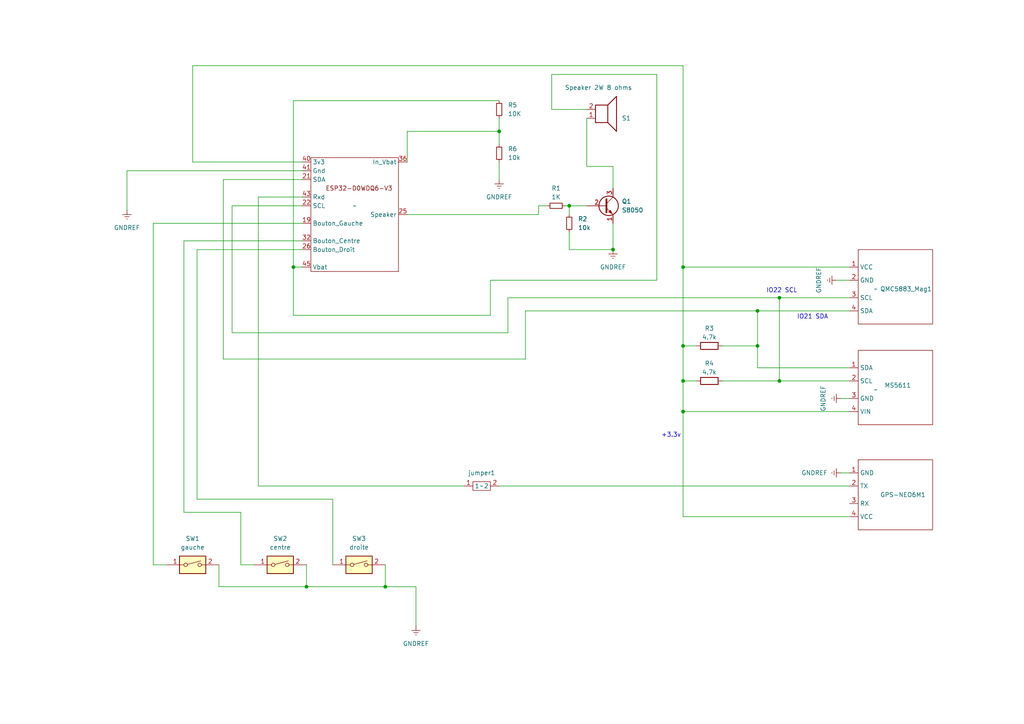
<source format=kicad_sch>
(kicad_sch (version 20230121) (generator eeschema)
  (paper "A4")
  (title_block (title "BertheVario213") (date "2025-02-25") (rev "1.13") (comment 1 "Author : SpinBerthe"))
  (lib_symbols
    (symbol "BertheLibrary:ESP32-D0WDQ6-V3"
      (property "Reference" "U" (at 0 0 0))
      (symbol "ESP32-D0WDQ6-V3_1_1"
        (rectangle (start -12.7 13.97) (end 12.7 -19.05))
        (text "ESP32-D0WDQ6-V3" (at 1.27 5.08 0) (effects (font (size 1.27 1.27))))
        (pin input line (at -15.24 -5.08 0) (length 2.54) (name "Bouton_Gauche") (number "19"))
        (pin input line (at -15.24 7.62 0) (length 2.54) (name "SDA") (number "21"))
        (pin input line (at -15.24 0 0) (length 2.54) (name "SCL") (number "22"))
        (pin output line (at 15.24 -2.54 180) (length 2.54) (name "Speaker") (number "25"))
        (pin input line (at -15.24 -12.7 0) (length 2.54) (name "Bouton_Droit") (number "26"))
        (pin input line (at -15.24 -10.16 0) (length 2.54) (name "Bouton_Centre") (number "32"))
        (pin input line (at 15.24 12.7 180) (length 2.54) (name "In_Vbat") (number "36"))
        (pin output line (at -15.24 12.7 0) (length 2.54) (name "3v3") (number "40"))
        (pin output line (at -15.24 10.16 0) (length 2.54) (name "Gnd") (number "41"))
        (pin input line (at -15.24 2.54 0) (length 2.54) (name "Rxd") (number "43"))
        (pin output line (at -15.24 -17.78 0) (length 2.54) (name "Vbat") (number "45"))
      )
    )
    (symbol "BertheLibrary:GPS-NEO6"
      (property "Reference" "GPS-NEO6M" (at 0 0 0))
      (symbol "GPS-NEO6_0_1"
        (rectangle (start -11.43 10.16) (end 10.16 -10.16))
      )
      (symbol "GPS-NEO6_1_1"
        (pin input line (at -13.97 6.35 0) (length 2.54) (name "GND") (number "1"))
        (pin input line (at -13.97 2.54 0) (length 2.54) (name "TX") (number "2"))
        (pin input line (at -13.97 -2.54 0) (length 2.54) (name "RX") (number "3"))
        (pin input line (at -13.97 -6.35 0) (length 2.54) (name "VCC") (number "4"))
      )
    )
    (symbol "BertheLibrary:MS5611"
      (property "Reference" "MS5611" (at 5.08 0 0))
      (symbol "MS5611_0_1"
        (rectangle (start -5.08 11.43) (end 16.51 -10.16))
      )
      (symbol "MS5611_1_1"
        (pin input line (at -7.62 6.35 0) (length 2.54) (name "SDA") (number "1"))
        (pin input line (at -7.62 2.54 0) (length 2.54) (name "SCL") (number "2"))
        (pin input line (at -7.62 -2.54 0) (length 2.54) (name "GND") (number "3"))
        (pin input line (at -7.62 -6.35 0) (length 2.54) (name "VIN") (number "4"))
      )
    )
    (symbol "BertheLibrary:QMC5883"
      (property "Reference" "QMC5883" (at 5.08 0 0))
      (symbol "QMC5883_0_1"
        (rectangle (start -5.08 11.43) (end 16.51 -10.16))
      )
      (symbol "QMC5883_1_1"
        (pin input line (at -7.62 6.35 0) (length 2.54) (name "VCC") (number "1"))
        (pin input line (at -7.62 2.54 0) (length 2.54) (name "GND") (number "2"))
        (pin input line (at -7.62 -2.54 0) (length 2.54) (name "SCL") (number "3"))
        (pin input line (at -7.62 -6.35 0) (length 2.54) (name "SDA") (number "4"))
      )
    )
    (symbol "BertheLibrary:S8050" (pin_names (offset 0) hide)
      (property "Reference" "Q" (at 5.08 1.905 0))
      (property "Value" "S8050" (at 5.08 0 0))
      (symbol "S8050_0_1"
        (polyline (pts (xy 0.635 0.635) (xy 2.54 2.54)))
        (polyline (pts (xy 0.635 -0.635) (xy 2.54 -2.54) (xy 2.54 -2.54)))
        (polyline (pts (xy 0.635 1.905) (xy 0.635 -1.905) (xy 0.635 -1.905)) (stroke (width 0.508)))
        (polyline (pts (xy 1.27 -1.778) (xy 1.778 -1.27) (xy 2.286 -2.286) (xy 1.27 -1.778) (xy 1.27 -1.778)) (fill (type outline)))
        (circle (center 1.27 0) (radius 2.8194) (stroke (width 0.254)))
      )
      (symbol "S8050_1_1"
        (pin passive line (at 2.54 -5.08 90) (length 2.54) (name "E") (number "1"))
        (pin passive line (at -5.08 0 0) (length 5.715) (name "B") (number "2"))
        (pin passive line (at 2.54 5.08 270) (length 2.54) (name "C") (number "3"))
      )
    )
    (symbol "BertheLibrary:SW_DIP_x01" (pin_names (offset 0) hide)
      (property "Reference" "SW" (at 0 3.81 0))
      (property "Value" "SW_DIP_x01" (at 0 -3.81 0))
      (symbol "SW_DIP_x01_0_0"
        (circle (center -2.032 0) (radius 0.508))
        (polyline (pts (xy -1.524 0.127) (xy 2.3622 1.1684)))
        (circle (center 2.032 0) (radius 0.508))
      )
      (symbol "SW_DIP_x01_0_1"
        (rectangle (start -3.81 2.54) (end 3.81 -2.54) (stroke (width 0.254)) (fill (type background)))
      )
      (symbol "SW_DIP_x01_1_1"
        (pin passive line (at -7.62 0 0) (length 5.08) (name "~") (number "1"))
        (pin passive line (at 7.62 0 180) (length 5.08) (name "~") (number "2"))
      )
    )
    (symbol "BertheLibrary:jumper"
      (property "Reference" "J" (at 0 0 0))
      (symbol "jumper_0_1"
        (rectangle (start -2.54 1.27) (end 2.54 -1.27))
      )
      (symbol "jumper_1_1"
        (pin input line (at -5.08 0 0) (length 2.54) (name "1") (number "1"))
        (pin input line (at 5.08 0 180) (length 2.54) (name "2") (number "2"))
      )
    )
    (symbol "Device:R" (pin_numbers hide) (pin_names (offset 0))
      (property "Reference" "R" (at 2.032 0 90))
      (property "Value" "R" (at 0 0 90))
      (symbol "R_0_1"
        (rectangle (start -1.016 -2.54) (end 1.016 2.54) (stroke (width 0.254)))
      )
      (symbol "R_1_1"
        (pin passive line (at 0 3.81 270) (length 1.27) (name "~") (number "1"))
        (pin passive line (at 0 -3.81 90) (length 1.27) (name "~") (number "2"))
      )
    )
    (symbol "Device:R_Small" (pin_numbers hide) (pin_names (offset 0.254) hide)
      (property "Reference" "R" (at 0.762 0.508 0))
      (property "Value" "R_Small" (at 0.762 -1.016 0))
      (symbol "R_Small_0_1"
        (rectangle (start -0.762 1.778) (end 0.762 -1.778) (stroke (width 0.2032)))
      )
      (symbol "R_Small_1_1"
        (pin passive line (at 0 2.54 270) (length 0.762) (name "~") (number "1"))
        (pin passive line (at 0 -2.54 90) (length 0.762) (name "~") (number "2"))
      )
    )
    (symbol "Device:Speaker" (pin_names (offset 0) hide)
      (property "Reference" "LS" (at 1.27 5.715 0))
      (property "Value" "Speaker" (at 1.27 3.81 0))
      (symbol "Speaker_0_0"
        (rectangle (start -2.54 1.27) (end 1.016 -3.81) (stroke (width 0.254)))
        (polyline (pts (xy 1.016 1.27) (xy 3.556 3.81) (xy 3.556 -6.35) (xy 1.016 -3.81)) (stroke (width 0.254)))
      )
      (symbol "Speaker_1_1"
        (pin input line (at -5.08 0 0) (length 2.54) (name "1") (number "1"))
        (pin input line (at -5.08 -2.54 0) (length 2.54) (name "2") (number "2"))
      )
    )
    (symbol "power:GNDREF" (power) (pin_names (offset 0))
      (property "Value" "GNDREF" (at 0 -3.81 0))
      (symbol "GNDREF_0_1"
        (polyline (pts (xy -0.635 -1.905) (xy 0.635 -1.905)))
        (polyline (pts (xy -0.127 -2.54) (xy 0.127 -2.54)))
        (polyline (pts (xy 0 -1.27) (xy 0 0)))
        (polyline (pts (xy 1.27 -1.27) (xy -1.27 -1.27)))
      )
      (symbol "GNDREF_1_1"
        (pin power_in line (at 0 0 270) (length 0) hide (name "GNDREF") (number "1"))
      )
    )
  )
  (junction (at 177.8 72.39))
  (junction (at 111.76 170.18))
  (junction (at 144.78 38.1))
  (junction (at 226.06 86.36))
  (junction (at 88.9 170.18))
  (junction (at 198.12 119.38))
  (junction (at 85.09 77.47))
  (junction (at 165.1 59.69))
  (junction (at 198.12 77.47))
  (junction (at 198.12 100.33))
  (junction (at 219.71 90.17))
  (junction (at 198.12 110.49))
  (junction (at 219.71 100.33))
  (junction (at 226.06 110.49))
  (wire (pts (xy 67.31 59.69) (xy 87.63 59.69)))
  (wire (pts (xy 111.76 163.83) (xy 111.76 170.18)))
  (wire (pts (xy 156.21 59.69) (xy 158.75 59.69)))
  (wire (pts (xy 44.45 163.83) (xy 48.26 163.83)))
  (wire (pts (xy 160.02 21.59) (xy 160.02 31.75)))
  (wire (pts (xy 36.83 49.53) (xy 36.83 60.96)))
  (wire (pts (xy 63.5 170.18) (xy 88.9 170.18)))
  (wire (pts (xy 209.55 110.49) (xy 226.06 110.49)))
  (wire (pts (xy 85.09 91.44) (xy 142.24 91.44)))
  (wire (pts (xy 53.34 69.85) (xy 53.34 148.59)))
  (wire (pts (xy 198.12 100.33) (xy 198.12 110.49)))
  (wire (pts (xy 219.71 90.17) (xy 219.71 100.33)))
  (wire (pts (xy 165.1 67.31) (xy 165.1 72.39)))
  (wire (pts (xy 190.5 81.28) (xy 190.5 21.59)))
  (wire (pts (xy 156.21 62.23) (xy 156.21 59.69)))
  (wire (pts (xy 160.02 31.75) (xy 170.18 31.75)))
  (wire (pts (xy 67.31 96.52) (xy 147.32 96.52)))
  (wire (pts (xy 165.1 59.69) (xy 165.1 62.23)))
  (wire (pts (xy 144.78 38.1) (xy 144.78 41.91)))
  (wire (pts (xy 198.12 19.05) (xy 198.12 77.47)))
  (wire (pts (xy 36.83 49.53) (xy 87.63 49.53)))
  (wire (pts (xy 69.85 148.59) (xy 69.85 163.83)))
  (wire (pts (xy 226.06 86.36) (xy 246.38 86.36)))
  (wire (pts (xy 198.12 149.86) (xy 246.38 149.86)))
  (wire (pts (xy 209.55 100.33) (xy 219.71 100.33)))
  (wire (pts (xy 118.11 38.1) (xy 144.78 38.1)))
  (wire (pts (xy 226.06 110.49) (xy 246.38 110.49)))
  (wire (pts (xy 118.11 38.1) (xy 118.11 46.99)))
  (wire (pts (xy 147.32 96.52) (xy 147.32 86.36)))
  (wire (pts (xy 190.5 21.59) (xy 160.02 21.59)))
  (wire (pts (xy 96.52 163.83) (xy 96.52 144.78)))
  (wire (pts (xy 85.09 29.21) (xy 85.09 77.47)))
  (wire (pts (xy 144.78 34.29) (xy 144.78 38.1)))
  (wire (pts (xy 74.93 57.15) (xy 87.63 57.15)))
  (wire (pts (xy 144.78 140.97) (xy 246.38 140.97)))
  (wire (pts (xy 120.65 170.18) (xy 111.76 170.18)))
  (wire (pts (xy 165.1 72.39) (xy 177.8 72.39)))
  (wire (pts (xy 177.8 48.26) (xy 177.8 54.61)))
  (wire (pts (xy 152.4 90.17) (xy 152.4 104.14)))
  (wire (pts (xy 198.12 119.38) (xy 198.12 149.86)))
  (wire (pts (xy 152.4 90.17) (xy 219.71 90.17)))
  (wire (pts (xy 170.18 48.26) (xy 170.18 34.29)))
  (wire (pts (xy 142.24 81.28) (xy 190.5 81.28)))
  (wire (pts (xy 142.24 91.44) (xy 142.24 81.28)))
  (wire (pts (xy 165.1 59.69) (xy 170.18 59.69)))
  (wire (pts (xy 69.85 163.83) (xy 73.66 163.83)))
  (wire (pts (xy 88.9 163.83) (xy 88.9 170.18)))
  (wire (pts (xy 57.15 144.78) (xy 57.15 72.39)))
  (wire (pts (xy 64.77 104.14) (xy 64.77 52.07)))
  (wire (pts (xy 74.93 57.15) (xy 74.93 140.97)))
  (wire (pts (xy 57.15 72.39) (xy 87.63 72.39)))
  (wire (pts (xy 67.31 59.69) (xy 67.31 96.52)))
  (wire (pts (xy 74.93 140.97) (xy 134.62 140.97)))
  (wire (pts (xy 243.84 137.16) (xy 246.38 137.16)))
  (wire (pts (xy 147.32 86.36) (xy 226.06 86.36)))
  (wire (pts (xy 63.5 163.83) (xy 63.5 170.18)))
  (wire (pts (xy 177.8 64.77) (xy 177.8 72.39)))
  (wire (pts (xy 226.06 86.36) (xy 226.06 110.49)))
  (wire (pts (xy 242.57 81.28) (xy 246.38 81.28)))
  (wire (pts (xy 243.84 115.57) (xy 246.38 115.57)))
  (wire (pts (xy 96.52 144.78) (xy 57.15 144.78)))
  (wire (pts (xy 198.12 100.33) (xy 201.93 100.33)))
  (wire (pts (xy 152.4 104.14) (xy 64.77 104.14)))
  (wire (pts (xy 85.09 29.21) (xy 144.78 29.21)))
  (wire (pts (xy 198.12 119.38) (xy 246.38 119.38)))
  (wire (pts (xy 55.88 19.05) (xy 55.88 46.99)))
  (wire (pts (xy 53.34 69.85) (xy 87.63 69.85)))
  (wire (pts (xy 177.8 48.26) (xy 170.18 48.26)))
  (wire (pts (xy 64.77 52.07) (xy 87.63 52.07)))
  (wire (pts (xy 118.11 62.23) (xy 156.21 62.23)))
  (wire (pts (xy 219.71 100.33) (xy 219.71 106.68)))
  (wire (pts (xy 44.45 64.77) (xy 44.45 163.83)))
  (wire (pts (xy 198.12 77.47) (xy 198.12 100.33)))
  (wire (pts (xy 198.12 110.49) (xy 201.93 110.49)))
  (wire (pts (xy 198.12 19.05) (xy 55.88 19.05)))
  (wire (pts (xy 198.12 110.49) (xy 198.12 119.38)))
  (wire (pts (xy 163.83 59.69) (xy 165.1 59.69)))
  (wire (pts (xy 111.76 170.18) (xy 88.9 170.18)))
  (wire (pts (xy 44.45 64.77) (xy 87.63 64.77)))
  (wire (pts (xy 219.71 90.17) (xy 246.38 90.17)))
  (wire (pts (xy 144.78 46.99) (xy 144.78 52.07)))
  (wire (pts (xy 85.09 77.47) (xy 85.09 91.44)))
  (wire (pts (xy 198.12 77.47) (xy 246.38 77.47)))
  (wire (pts (xy 219.71 106.68) (xy 246.38 106.68)))
  (wire (pts (xy 85.09 77.47) (xy 87.63 77.47)))
  (wire (pts (xy 55.88 46.99) (xy 87.63 46.99)))
  (wire (pts (xy 53.34 148.59) (xy 69.85 148.59)))
  (wire (pts (xy 120.65 181.61) (xy 120.65 170.18)))
  (text "IO22 SCL" (at 222.25 85.09 0) (effects (font (size 1.27 1.27)) (justify left bottom)))
  (text "IO21 SDA" (at 231.14 92.71 0) (effects (font (size 1.27 1.27)) (justify left bottom)))
  (text "+3.3v" (at 191.77 127 0) (effects (font (size 1.27 1.27)) (justify left bottom)))
  (symbol (lib_id "BertheLibrary:QMC5883") (at 254 83.82 0) (unit 1)
    (property "Reference" "QMC5883_Mag1" (at 255.27 83.82 0) (effects (justify left)))
    (property "Value" "~" (at 254 83.82 0))
    (property "Footprint" "BertheShema:QMC5883" (effects hide))
  )
  (symbol (lib_id "Device:R_Small") (at 144.78 44.45 0) (unit 1)
    (property "Reference" "R6" (at 147.32 43.18 0) (effects (justify left)))
    (property "Value" "10k" (at 147.32 45.72 0) (effects (justify left)))
    (property "Footprint" "BertheShema:R_47" (effects hide))
  )
  (symbol (lib_id "BertheLibrary:ESP32-D0WDQ6-V3") (at 102.87 59.69 0) (unit 1)
    (property "Reference" "U1" (effects hide))
    (property "Value" "~" (at 102.87 59.69 0))
    (property "Footprint" "BertheShema:ESP32-D0WDQ6" (effects hide))
  )
  (symbol (lib_id "BertheLibrary:SW_DIP_x01") (at 81.28 163.83 0) (unit 1)
    (property "Reference" "SW2" (at 81.28 156.21 0))
    (property "Value" "centre" (at 81.28 158.75 0))
    (property "Footprint" "BertheShema:switch" (effects hide))
  )
  (symbol (lib_id "Device:R") (at 205.74 100.33 90) (unit 1)
    (property "Reference" "R3" (at 205.74 95.25 90))
    (property "Value" "4.7k" (at 205.74 97.79 90))
    (property "Footprint" "BertheShema:R_47" (effects hide))
  )
  (symbol (lib_id "power:GNDREF") (at 243.84 137.16 270) (unit 1)
    (property "Reference" "#PWR05" (effects hide))
    (property "Value" "GNDREF" (at 240.03 137.16 90) (effects (justify right)))
  )
  (symbol (lib_id "power:GNDREF") (at 177.8 72.39 0) (unit 1)
    (property "Reference" "#PWR06" (effects hide))
    (property "Value" "GNDREF" (at 177.8 77.47 0))
  )
  (symbol (lib_id "BertheLibrary:SW_DIP_x01") (at 55.88 163.83 0) (unit 1)
    (property "Reference" "SW1" (at 55.88 156.21 0))
    (property "Value" "gauche" (at 55.88 158.75 0))
    (property "Footprint" "BertheShema:switch" (effects hide))
  )
  (symbol (lib_id "power:GNDREF") (at 144.78 52.07 0) (unit 1)
    (property "Reference" "#PWR07" (effects hide))
    (property "Value" "GNDREF" (at 144.78 57.15 0))
  )
  (symbol (lib_id "power:GNDREF") (at 120.65 181.61 0) (unit 1)
    (property "Reference" "#PWR08" (effects hide))
    (property "Value" "GNDREF" (at 120.65 186.69 0))
  )
  (symbol (lib_id "BertheLibrary:MS5611") (at 254 113.03 0) (unit 1)
    (property "Reference" "MS5611" (at 256.54 111.76 0) (effects (justify left)))
    (property "Value" "~" (at 254 113.03 0))
    (property "Footprint" "BertheShema:MS5611" (effects hide))
  )
  (symbol (lib_id "BertheLibrary:SW_DIP_x01") (at 104.14 163.83 0) (unit 1)
    (property "Reference" "SW3" (at 104.14 156.21 0))
    (property "Value" "droite" (at 104.14 158.75 0))
    (property "Footprint" "BertheShema:switch" (effects hide))
  )
  (symbol (lib_id "power:GNDREF") (at 242.57 81.28 270) (mirror x) (unit 1)
    (property "Reference" "#PWR02" (effects hide))
    (property "Value" "GNDREF" (at 237.49 81.28 0))
  )
  (symbol (lib_id "power:GNDREF") (at 36.83 60.96 0) (unit 1)
    (property "Reference" "#PWR04" (effects hide))
    (property "Value" "GNDREF" (at 36.83 66.04 0))
  )
  (symbol (lib_id "BertheLibrary:S8050") (at 175.26 59.69 0) (unit 1)
    (property "Reference" "Q1" (at 180.34 58.42 0) (effects (justify left)))
    (property "Value" "S8050" (at 180.34 60.96 0) (effects (justify left)))
    (property "Footprint" "BertheShema:S8050" (effects hide))
  )
  (symbol (lib_id "BertheLibrary:jumper") (at 139.7 140.97 0) (unit 1)
    (property "Reference" "jumper1" (at 139.7 137.16 0))
    (property "Value" "~" (at 139.7 140.97 0))
    (property "Footprint" "BertheShema:jumper" (effects hide))
  )
  (symbol (lib_id "Device:R_Small") (at 144.78 31.75 0) (unit 1)
    (property "Reference" "R5" (at 147.32 30.48 0) (effects (justify left)))
    (property "Value" "10K" (at 147.32 33.02 0) (effects (justify left)))
    (property "Footprint" "BertheShema:R_47" (effects hide))
  )
  (symbol (lib_id "BertheLibrary:GPS-NEO6") (at 260.35 143.51 0) (unit 1)
    (property "Reference" "GPS-NEO6M1" (at 255.27 143.51 0) (effects (justify left)))
    (property "Value" "-" (effects hide))
    (property "Footprint" "BertheShema:GPSNEO6V2" (effects hide))
  )
  (symbol (lib_id "Device:R_Small") (at 161.29 59.69 90) (unit 1)
    (property "Reference" "R1" (at 161.29 54.61 90))
    (property "Value" "1K" (at 161.29 57.15 90))
    (property "Footprint" "BertheShema:R_47" (effects hide))
  )
  (symbol (lib_id "Device:R") (at 205.74 110.49 90) (unit 1)
    (property "Reference" "R4" (at 205.74 105.41 90))
    (property "Value" "4.7k" (at 205.74 107.95 90))
    (property "Footprint" "BertheShema:R_47" (effects hide))
  )
  (symbol (lib_id "power:GNDREF") (at 243.84 115.57 270) (mirror x) (unit 1)
    (property "Reference" "#PWR01" (effects hide))
    (property "Value" "GNDREF" (at 238.76 115.57 0))
  )
  (symbol (lib_id "Device:R_Small") (at 165.1 64.77 0) (unit 1)
    (property "Reference" "R2" (at 167.64 63.5 0) (effects (justify left)))
    (property "Value" "10k" (at 167.64 66.04 0) (effects (justify left)))
    (property "Footprint" "BertheShema:R_47" (effects hide))
  )
  (symbol (lib_id "Device:Speaker") (at 175.26 34.29 0) (mirror x) (unit 1)
    (property "Reference" "S1" (at 180.34 34.29 0) (effects (justify left)))
    (property "Value" "Speaker 2W 8 ohms" (at 163.83 25.4 0) (effects (justify left)))
    (property "Footprint" "BertheShema:2 trous standard" (effects hide))
  )
)
</source>
